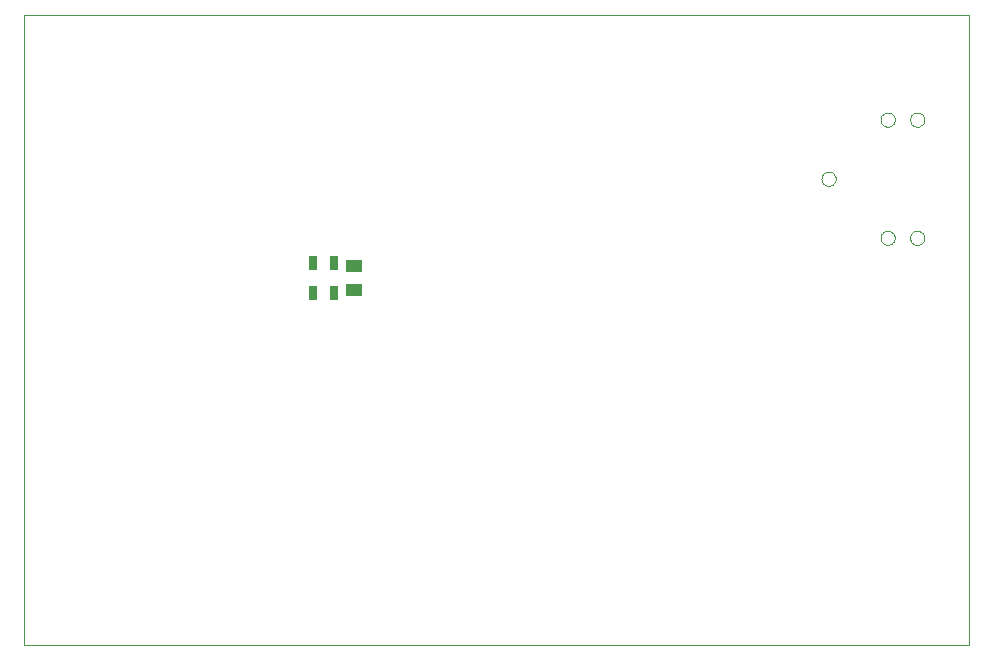
<source format=gbp>
G75*
%MOIN*%
%OFA0B0*%
%FSLAX24Y24*%
%IPPOS*%
%LPD*%
%AMOC8*
5,1,8,0,0,1.08239X$1,22.5*
%
%ADD10C,0.0000*%
%ADD11R,0.0315X0.0472*%
%ADD12R,0.0551X0.0433*%
D10*
X001443Y000680D02*
X001443Y021676D01*
X032939Y021676D01*
X032939Y000680D01*
X001443Y000680D01*
X028038Y016230D02*
X028040Y016260D01*
X028046Y016290D01*
X028055Y016319D01*
X028068Y016346D01*
X028085Y016371D01*
X028104Y016394D01*
X028127Y016415D01*
X028152Y016432D01*
X028178Y016446D01*
X028207Y016456D01*
X028236Y016463D01*
X028266Y016466D01*
X028297Y016465D01*
X028327Y016460D01*
X028356Y016451D01*
X028383Y016439D01*
X028409Y016424D01*
X028433Y016405D01*
X028454Y016383D01*
X028472Y016359D01*
X028487Y016332D01*
X028498Y016304D01*
X028506Y016275D01*
X028510Y016245D01*
X028510Y016215D01*
X028506Y016185D01*
X028498Y016156D01*
X028487Y016128D01*
X028472Y016101D01*
X028454Y016077D01*
X028433Y016055D01*
X028409Y016036D01*
X028383Y016021D01*
X028356Y016009D01*
X028327Y016000D01*
X028297Y015995D01*
X028266Y015994D01*
X028236Y015997D01*
X028207Y016004D01*
X028178Y016014D01*
X028152Y016028D01*
X028127Y016045D01*
X028104Y016066D01*
X028085Y016089D01*
X028068Y016114D01*
X028055Y016141D01*
X028046Y016170D01*
X028040Y016200D01*
X028038Y016230D01*
X030007Y018199D02*
X030009Y018229D01*
X030015Y018259D01*
X030024Y018288D01*
X030037Y018315D01*
X030054Y018340D01*
X030073Y018363D01*
X030096Y018384D01*
X030121Y018401D01*
X030147Y018415D01*
X030176Y018425D01*
X030205Y018432D01*
X030235Y018435D01*
X030266Y018434D01*
X030296Y018429D01*
X030325Y018420D01*
X030352Y018408D01*
X030378Y018393D01*
X030402Y018374D01*
X030423Y018352D01*
X030441Y018328D01*
X030456Y018301D01*
X030467Y018273D01*
X030475Y018244D01*
X030479Y018214D01*
X030479Y018184D01*
X030475Y018154D01*
X030467Y018125D01*
X030456Y018097D01*
X030441Y018070D01*
X030423Y018046D01*
X030402Y018024D01*
X030378Y018005D01*
X030352Y017990D01*
X030325Y017978D01*
X030296Y017969D01*
X030266Y017964D01*
X030235Y017963D01*
X030205Y017966D01*
X030176Y017973D01*
X030147Y017983D01*
X030121Y017997D01*
X030096Y018014D01*
X030073Y018035D01*
X030054Y018058D01*
X030037Y018083D01*
X030024Y018110D01*
X030015Y018139D01*
X030009Y018169D01*
X030007Y018199D01*
X030991Y018199D02*
X030993Y018229D01*
X030999Y018259D01*
X031008Y018288D01*
X031021Y018315D01*
X031038Y018340D01*
X031057Y018363D01*
X031080Y018384D01*
X031105Y018401D01*
X031131Y018415D01*
X031160Y018425D01*
X031189Y018432D01*
X031219Y018435D01*
X031250Y018434D01*
X031280Y018429D01*
X031309Y018420D01*
X031336Y018408D01*
X031362Y018393D01*
X031386Y018374D01*
X031407Y018352D01*
X031425Y018328D01*
X031440Y018301D01*
X031451Y018273D01*
X031459Y018244D01*
X031463Y018214D01*
X031463Y018184D01*
X031459Y018154D01*
X031451Y018125D01*
X031440Y018097D01*
X031425Y018070D01*
X031407Y018046D01*
X031386Y018024D01*
X031362Y018005D01*
X031336Y017990D01*
X031309Y017978D01*
X031280Y017969D01*
X031250Y017964D01*
X031219Y017963D01*
X031189Y017966D01*
X031160Y017973D01*
X031131Y017983D01*
X031105Y017997D01*
X031080Y018014D01*
X031057Y018035D01*
X031038Y018058D01*
X031021Y018083D01*
X031008Y018110D01*
X030999Y018139D01*
X030993Y018169D01*
X030991Y018199D01*
X030991Y014261D02*
X030993Y014291D01*
X030999Y014321D01*
X031008Y014350D01*
X031021Y014377D01*
X031038Y014402D01*
X031057Y014425D01*
X031080Y014446D01*
X031105Y014463D01*
X031131Y014477D01*
X031160Y014487D01*
X031189Y014494D01*
X031219Y014497D01*
X031250Y014496D01*
X031280Y014491D01*
X031309Y014482D01*
X031336Y014470D01*
X031362Y014455D01*
X031386Y014436D01*
X031407Y014414D01*
X031425Y014390D01*
X031440Y014363D01*
X031451Y014335D01*
X031459Y014306D01*
X031463Y014276D01*
X031463Y014246D01*
X031459Y014216D01*
X031451Y014187D01*
X031440Y014159D01*
X031425Y014132D01*
X031407Y014108D01*
X031386Y014086D01*
X031362Y014067D01*
X031336Y014052D01*
X031309Y014040D01*
X031280Y014031D01*
X031250Y014026D01*
X031219Y014025D01*
X031189Y014028D01*
X031160Y014035D01*
X031131Y014045D01*
X031105Y014059D01*
X031080Y014076D01*
X031057Y014097D01*
X031038Y014120D01*
X031021Y014145D01*
X031008Y014172D01*
X030999Y014201D01*
X030993Y014231D01*
X030991Y014261D01*
X030007Y014261D02*
X030009Y014291D01*
X030015Y014321D01*
X030024Y014350D01*
X030037Y014377D01*
X030054Y014402D01*
X030073Y014425D01*
X030096Y014446D01*
X030121Y014463D01*
X030147Y014477D01*
X030176Y014487D01*
X030205Y014494D01*
X030235Y014497D01*
X030266Y014496D01*
X030296Y014491D01*
X030325Y014482D01*
X030352Y014470D01*
X030378Y014455D01*
X030402Y014436D01*
X030423Y014414D01*
X030441Y014390D01*
X030456Y014363D01*
X030467Y014335D01*
X030475Y014306D01*
X030479Y014276D01*
X030479Y014246D01*
X030475Y014216D01*
X030467Y014187D01*
X030456Y014159D01*
X030441Y014132D01*
X030423Y014108D01*
X030402Y014086D01*
X030378Y014067D01*
X030352Y014052D01*
X030325Y014040D01*
X030296Y014031D01*
X030266Y014026D01*
X030235Y014025D01*
X030205Y014028D01*
X030176Y014035D01*
X030147Y014045D01*
X030121Y014059D01*
X030096Y014076D01*
X030073Y014097D01*
X030054Y014120D01*
X030037Y014145D01*
X030024Y014172D01*
X030015Y014201D01*
X030009Y014231D01*
X030007Y014261D01*
D11*
X011797Y013430D03*
X011089Y013430D03*
X011089Y012430D03*
X011797Y012430D03*
D12*
X012443Y012536D03*
X012443Y013324D03*
M02*

</source>
